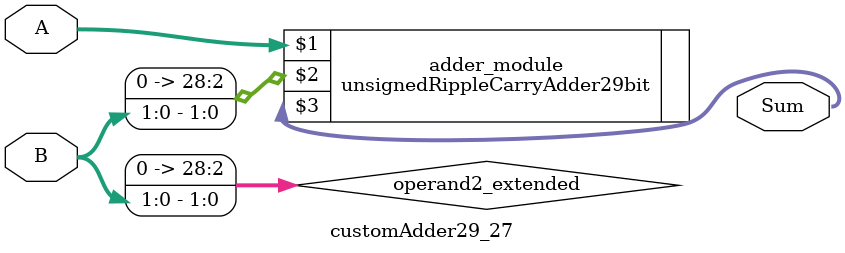
<source format=v>

module customAdder29_27(
                    input [28 : 0] A,
                    input [1 : 0] B,
                    
                    output [29 : 0] Sum
            );

    wire [28 : 0] operand2_extended;
    
    assign operand2_extended =  {27'b0, B};
    
    unsignedRippleCarryAdder29bit adder_module(
        A,
        operand2_extended,
        Sum
    );
    
endmodule
        
</source>
